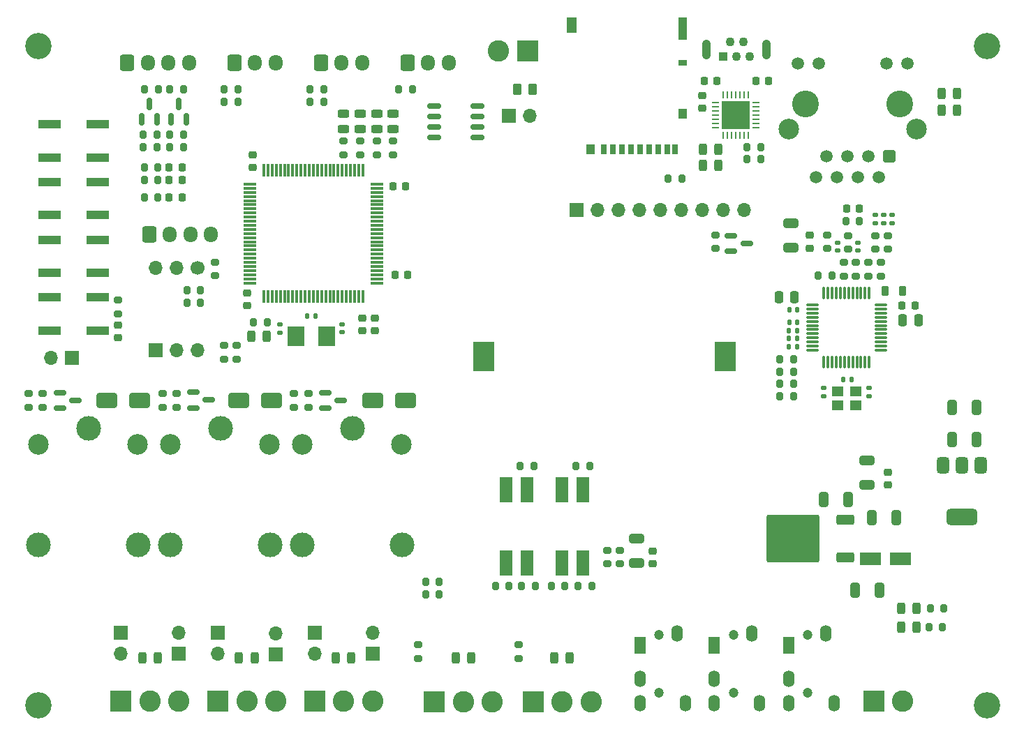
<source format=gbr>
%TF.GenerationSoftware,KiCad,Pcbnew,8.0.6*%
%TF.CreationDate,2024-12-11T15:10:48+01:00*%
%TF.ProjectId,fastLOGIC,66617374-4c4f-4474-9943-2e6b69636164,rev?*%
%TF.SameCoordinates,Original*%
%TF.FileFunction,Soldermask,Top*%
%TF.FilePolarity,Negative*%
%FSLAX46Y46*%
G04 Gerber Fmt 4.6, Leading zero omitted, Abs format (unit mm)*
G04 Created by KiCad (PCBNEW 8.0.6) date 2024-12-11 15:10:48*
%MOMM*%
%LPD*%
G01*
G04 APERTURE LIST*
G04 Aperture macros list*
%AMRoundRect*
0 Rectangle with rounded corners*
0 $1 Rounding radius*
0 $2 $3 $4 $5 $6 $7 $8 $9 X,Y pos of 4 corners*
0 Add a 4 corners polygon primitive as box body*
4,1,4,$2,$3,$4,$5,$6,$7,$8,$9,$2,$3,0*
0 Add four circle primitives for the rounded corners*
1,1,$1+$1,$2,$3*
1,1,$1+$1,$4,$5*
1,1,$1+$1,$6,$7*
1,1,$1+$1,$8,$9*
0 Add four rect primitives between the rounded corners*
20,1,$1+$1,$2,$3,$4,$5,0*
20,1,$1+$1,$4,$5,$6,$7,0*
20,1,$1+$1,$6,$7,$8,$9,0*
20,1,$1+$1,$8,$9,$2,$3,0*%
G04 Aperture macros list end*
%ADD10R,1.700000X1.700000*%
%ADD11O,1.700000X1.700000*%
%ADD12RoundRect,0.140000X0.140000X0.170000X-0.140000X0.170000X-0.140000X-0.170000X0.140000X-0.170000X0*%
%ADD13RoundRect,0.200000X0.200000X0.275000X-0.200000X0.275000X-0.200000X-0.275000X0.200000X-0.275000X0*%
%ADD14RoundRect,0.225000X-0.225000X-0.250000X0.225000X-0.250000X0.225000X0.250000X-0.225000X0.250000X0*%
%ADD15RoundRect,0.140000X0.170000X-0.140000X0.170000X0.140000X-0.170000X0.140000X-0.170000X-0.140000X0*%
%ADD16RoundRect,0.200000X-0.200000X-0.275000X0.200000X-0.275000X0.200000X0.275000X-0.200000X0.275000X0*%
%ADD17RoundRect,0.250000X-0.325000X-0.650000X0.325000X-0.650000X0.325000X0.650000X-0.325000X0.650000X0*%
%ADD18R,0.700000X1.200000*%
%ADD19R,1.000000X0.800000*%
%ADD20R,1.000000X1.200000*%
%ADD21R,1.000000X2.800000*%
%ADD22R,1.300000X1.900000*%
%ADD23RoundRect,0.200000X-0.275000X0.200000X-0.275000X-0.200000X0.275000X-0.200000X0.275000X0.200000X0*%
%ADD24RoundRect,0.243750X0.243750X0.456250X-0.243750X0.456250X-0.243750X-0.456250X0.243750X-0.456250X0*%
%ADD25RoundRect,0.150000X-0.587500X-0.150000X0.587500X-0.150000X0.587500X0.150000X-0.587500X0.150000X0*%
%ADD26RoundRect,0.250000X0.325000X0.650000X-0.325000X0.650000X-0.325000X-0.650000X0.325000X-0.650000X0*%
%ADD27RoundRect,0.250000X1.000000X0.650000X-1.000000X0.650000X-1.000000X-0.650000X1.000000X-0.650000X0*%
%ADD28RoundRect,0.250000X-1.050000X-0.550000X1.050000X-0.550000X1.050000X0.550000X-1.050000X0.550000X0*%
%ADD29RoundRect,0.135000X-0.135000X-0.185000X0.135000X-0.185000X0.135000X0.185000X-0.135000X0.185000X0*%
%ADD30R,2.600000X2.600000*%
%ADD31C,2.600000*%
%ADD32RoundRect,0.243750X-0.456250X0.243750X-0.456250X-0.243750X0.456250X-0.243750X0.456250X0.243750X0*%
%ADD33RoundRect,0.062500X-0.062500X0.337500X-0.062500X-0.337500X0.062500X-0.337500X0.062500X0.337500X0*%
%ADD34RoundRect,0.062500X-0.337500X0.062500X-0.337500X-0.062500X0.337500X-0.062500X0.337500X0.062500X0*%
%ADD35R,3.350000X3.350000*%
%ADD36RoundRect,0.243750X-0.243750X-0.456250X0.243750X-0.456250X0.243750X0.456250X-0.243750X0.456250X0*%
%ADD37RoundRect,0.250000X-0.650000X0.325000X-0.650000X-0.325000X0.650000X-0.325000X0.650000X0.325000X0*%
%ADD38C,3.200000*%
%ADD39RoundRect,0.225000X0.250000X-0.225000X0.250000X0.225000X-0.250000X0.225000X-0.250000X-0.225000X0*%
%ADD40RoundRect,0.140000X-0.170000X0.140000X-0.170000X-0.140000X0.170000X-0.140000X0.170000X0.140000X0*%
%ADD41RoundRect,0.250000X0.850000X0.350000X-0.850000X0.350000X-0.850000X-0.350000X0.850000X-0.350000X0*%
%ADD42RoundRect,0.249997X2.950003X2.650003X-2.950003X2.650003X-2.950003X-2.650003X2.950003X-2.650003X0*%
%ADD43RoundRect,0.225000X-0.250000X0.225000X-0.250000X-0.225000X0.250000X-0.225000X0.250000X0.225000X0*%
%ADD44RoundRect,0.375000X-0.375000X0.625000X-0.375000X-0.625000X0.375000X-0.625000X0.375000X0.625000X0*%
%ADD45RoundRect,0.500000X-1.400000X0.500000X-1.400000X-0.500000X1.400000X-0.500000X1.400000X0.500000X0*%
%ADD46R,2.800000X1.000000*%
%ADD47RoundRect,0.218750X0.218750X0.381250X-0.218750X0.381250X-0.218750X-0.381250X0.218750X-0.381250X0*%
%ADD48C,3.250000*%
%ADD49RoundRect,0.250500X0.499500X0.499500X-0.499500X0.499500X-0.499500X-0.499500X0.499500X-0.499500X0*%
%ADD50C,1.500000*%
%ADD51C,2.500000*%
%ADD52RoundRect,0.150000X0.150000X-0.587500X0.150000X0.587500X-0.150000X0.587500X-0.150000X-0.587500X0*%
%ADD53R,2.000000X2.400000*%
%ADD54C,3.000000*%
%ADD55RoundRect,0.200000X0.275000X-0.200000X0.275000X0.200000X-0.275000X0.200000X-0.275000X-0.200000X0*%
%ADD56RoundRect,0.250000X0.650000X-0.325000X0.650000X0.325000X-0.650000X0.325000X-0.650000X-0.325000X0*%
%ADD57R,1.600000X3.100000*%
%ADD58RoundRect,0.250000X0.262500X0.450000X-0.262500X0.450000X-0.262500X-0.450000X0.262500X-0.450000X0*%
%ADD59RoundRect,0.250000X-0.600000X-0.725000X0.600000X-0.725000X0.600000X0.725000X-0.600000X0.725000X0*%
%ADD60O,1.700000X1.950000*%
%ADD61RoundRect,0.225000X0.225000X0.250000X-0.225000X0.250000X-0.225000X-0.250000X0.225000X-0.250000X0*%
%ADD62RoundRect,0.150000X-0.675000X-0.150000X0.675000X-0.150000X0.675000X0.150000X-0.675000X0.150000X0*%
%ADD63C,1.700000*%
%ADD64R,1.400000X1.200000*%
%ADD65RoundRect,0.250000X0.250000X0.475000X-0.250000X0.475000X-0.250000X-0.475000X0.250000X-0.475000X0*%
%ADD66R,2.600000X3.600000*%
%ADD67RoundRect,0.250000X-0.250000X-0.475000X0.250000X-0.475000X0.250000X0.475000X-0.250000X0.475000X0*%
%ADD68RoundRect,0.075000X-0.075000X0.662500X-0.075000X-0.662500X0.075000X-0.662500X0.075000X0.662500X0*%
%ADD69RoundRect,0.075000X-0.662500X0.075000X-0.662500X-0.075000X0.662500X-0.075000X0.662500X0.075000X0*%
%ADD70RoundRect,0.075000X0.075000X-0.725000X0.075000X0.725000X-0.075000X0.725000X-0.075000X-0.725000X0*%
%ADD71RoundRect,0.075000X0.725000X-0.075000X0.725000X0.075000X-0.725000X0.075000X-0.725000X-0.075000X0*%
%ADD72R,1.100000X1.100000*%
%ADD73C,1.100000*%
%ADD74O,1.100000X2.400000*%
%ADD75C,1.200000*%
%ADD76O,1.400000X2.000000*%
%ADD77R,1.400000X2.000000*%
G04 APERTURE END LIST*
D10*
%TO.C,J11*%
X177750000Y-115040000D03*
D11*
X177750000Y-112500000D03*
%TD*%
D12*
%TO.C,C44*%
X240980000Y-76750000D03*
X240020000Y-76750000D03*
%TD*%
D10*
%TO.C,J6*%
X170750000Y-112460000D03*
D11*
X170750000Y-115000000D03*
%TD*%
D13*
%TO.C,R32*%
X197575000Y-106250000D03*
X195925000Y-106250000D03*
%TD*%
D14*
%TO.C,C9*%
X164825000Y-57500000D03*
X166375000Y-57500000D03*
%TD*%
D15*
%TO.C,C21*%
X185800000Y-75980000D03*
X185800000Y-75020000D03*
%TD*%
D16*
%TO.C,R56*%
X181925000Y-46500000D03*
X183575000Y-46500000D03*
%TD*%
D17*
%TO.C,C6*%
X250100000Y-98500000D03*
X253050000Y-98500000D03*
%TD*%
D16*
%TO.C,R21*%
X207425000Y-92250000D03*
X209075000Y-92250000D03*
%TD*%
D18*
%TO.C,J21*%
X217525000Y-53790000D03*
X218625000Y-53790000D03*
X219725000Y-53790000D03*
X220825000Y-53790000D03*
X221925000Y-53790000D03*
X223025000Y-53790000D03*
X224125000Y-53790000D03*
X225225000Y-53790000D03*
X226175000Y-53790000D03*
D19*
X227125000Y-43290000D03*
D20*
X227125000Y-49490000D03*
D21*
X227125000Y-39140000D03*
D20*
X215975000Y-53790000D03*
D22*
X213625000Y-38690000D03*
%TD*%
D23*
%TO.C,R18*%
X165750000Y-83425000D03*
X165750000Y-85075000D03*
%TD*%
D24*
%TO.C,D6*%
X175187500Y-115500000D03*
X173312500Y-115500000D03*
%TD*%
D13*
%TO.C,R54*%
X240575000Y-83750000D03*
X238925000Y-83750000D03*
%TD*%
D25*
%TO.C,Q1*%
X151562500Y-83300000D03*
X151562500Y-85200000D03*
X153437500Y-84250000D03*
%TD*%
D17*
%TO.C,C18*%
X259800000Y-89000000D03*
X262750000Y-89000000D03*
%TD*%
D26*
%TO.C,C4*%
X247175000Y-96250000D03*
X244225000Y-96250000D03*
%TD*%
D14*
%TO.C,C31*%
X253725000Y-72750000D03*
X255275000Y-72750000D03*
%TD*%
D23*
%TO.C,R36*%
X158600000Y-72075000D03*
X158600000Y-73725000D03*
%TD*%
D12*
%TO.C,C39*%
X241000000Y-73250000D03*
X240040000Y-73250000D03*
%TD*%
D23*
%TO.C,R50*%
X250500000Y-64250000D03*
X250500000Y-65900000D03*
%TD*%
D27*
%TO.C,D4*%
X161250000Y-84250000D03*
X157250000Y-84250000D03*
%TD*%
D28*
%TO.C,C3*%
X249900000Y-103500000D03*
X253500000Y-103500000D03*
%TD*%
D23*
%TO.C,R42*%
X248157500Y-67500000D03*
X248157500Y-69150000D03*
%TD*%
D25*
%TO.C,Q2*%
X167750000Y-83260000D03*
X167750000Y-85160000D03*
X169625000Y-84210000D03*
%TD*%
D29*
%TO.C,R38*%
X246582500Y-81675000D03*
X247602500Y-81675000D03*
%TD*%
D10*
%TO.C,J24*%
X166000000Y-115025000D03*
D11*
X166000000Y-112485000D03*
%TD*%
D30*
%TO.C,J9*%
X209000000Y-120795000D03*
D31*
X212500000Y-120795000D03*
X216000000Y-120795000D03*
%TD*%
D32*
%TO.C,D3*%
X188000000Y-49462500D03*
X188000000Y-51337500D03*
%TD*%
D16*
%TO.C,R6*%
X214425000Y-106750000D03*
X216075000Y-106750000D03*
%TD*%
D33*
%TO.C,U9*%
X235050000Y-47170000D03*
X234550000Y-47170000D03*
X234050000Y-47170000D03*
X233550000Y-47170000D03*
X233050000Y-47170000D03*
X232550000Y-47170000D03*
X232050000Y-47170000D03*
D34*
X231100000Y-48120000D03*
X231100000Y-48620000D03*
X231100000Y-49120000D03*
X231100000Y-49620000D03*
X231100000Y-50120000D03*
X231100000Y-50620000D03*
X231100000Y-51120000D03*
D33*
X232050000Y-52070000D03*
X232550000Y-52070000D03*
X233050000Y-52070000D03*
X233550000Y-52070000D03*
X234050000Y-52070000D03*
X234550000Y-52070000D03*
X235050000Y-52070000D03*
D34*
X236000000Y-51120000D03*
X236000000Y-50620000D03*
X236000000Y-50120000D03*
X236000000Y-49620000D03*
X236000000Y-49120000D03*
X236000000Y-48620000D03*
X236000000Y-48120000D03*
D35*
X233550000Y-49620000D03*
%TD*%
D36*
%TO.C,D13*%
X174762500Y-76500000D03*
X176637500Y-76500000D03*
%TD*%
D37*
%TO.C,C28*%
X240250000Y-62775000D03*
X240250000Y-65725000D03*
%TD*%
D13*
%TO.C,R7*%
X212825000Y-106750000D03*
X211175000Y-106750000D03*
%TD*%
D10*
%TO.C,J22*%
X182500000Y-112475000D03*
D11*
X182500000Y-115015000D03*
%TD*%
D23*
%TO.C,R9*%
X186000000Y-52775000D03*
X186000000Y-54425000D03*
%TD*%
D12*
%TO.C,C40*%
X241000000Y-74750000D03*
X240040000Y-74750000D03*
%TD*%
D38*
%TO.C,H2*%
X149000000Y-41250000D03*
%TD*%
D39*
%TO.C,C11*%
X252000000Y-94525000D03*
X252000000Y-92975000D03*
%TD*%
D13*
%TO.C,R53*%
X240575000Y-79250000D03*
X238925000Y-79250000D03*
%TD*%
D40*
%TO.C,C29*%
X244250000Y-82750000D03*
X244250000Y-83710000D03*
%TD*%
D41*
%TO.C,U1*%
X246825000Y-103305000D03*
D42*
X240525000Y-101025000D03*
D41*
X246825000Y-98745000D03*
%TD*%
D43*
%TO.C,C15*%
X158600000Y-75125000D03*
X158600000Y-76675000D03*
%TD*%
D44*
%TO.C,U10*%
X263300000Y-92100000D03*
X261000000Y-92100000D03*
D45*
X261000000Y-98400000D03*
D44*
X258700000Y-92100000D03*
%TD*%
D39*
%TO.C,C19*%
X175000000Y-56000000D03*
X175000000Y-54450000D03*
%TD*%
D16*
%TO.C,R10*%
X256987500Y-111750000D03*
X258637500Y-111750000D03*
%TD*%
D17*
%TO.C,C5*%
X248025000Y-107250000D03*
X250975000Y-107250000D03*
%TD*%
D15*
%TO.C,C41*%
X252500000Y-62730000D03*
X252500000Y-61770000D03*
%TD*%
D46*
%TO.C,SW5*%
X156150000Y-75750000D03*
X150350000Y-75750000D03*
X156150000Y-71750000D03*
X150350000Y-71750000D03*
%TD*%
D14*
%TO.C,C27*%
X192225000Y-69000000D03*
X193775000Y-69000000D03*
%TD*%
D16*
%TO.C,R44*%
X238925000Y-82250000D03*
X240575000Y-82250000D03*
%TD*%
D32*
%TO.C,D1*%
X186000000Y-49462500D03*
X186000000Y-51337500D03*
%TD*%
D24*
%TO.C,D7*%
X163437500Y-115500000D03*
X161562500Y-115500000D03*
%TD*%
D40*
%TO.C,C38*%
X245907500Y-65115000D03*
X245907500Y-66075000D03*
%TD*%
D47*
%TO.C,L1*%
X253812500Y-71000000D03*
X251687500Y-71000000D03*
%TD*%
D15*
%TO.C,C43*%
X251500000Y-62730000D03*
X251500000Y-61770000D03*
%TD*%
D32*
%TO.C,D16*%
X190000000Y-49462500D03*
X190000000Y-51337500D03*
%TD*%
D13*
%TO.C,R13*%
X206075000Y-106750000D03*
X204425000Y-106750000D03*
%TD*%
D30*
%TO.C,J2*%
X208300000Y-41800000D03*
D31*
X204800000Y-41800000D03*
%TD*%
D39*
%TO.C,C7*%
X229500000Y-48775000D03*
X229500000Y-47225000D03*
%TD*%
D48*
%TO.C,J23*%
X253465000Y-48250000D03*
X242035000Y-48250000D03*
D49*
X252190000Y-54610000D03*
D50*
X250930000Y-57150000D03*
X249650000Y-54610000D03*
X248390000Y-57150000D03*
X247110000Y-54610000D03*
X245850000Y-57150000D03*
X244570000Y-54610000D03*
X243310000Y-57150000D03*
X254375000Y-43350000D03*
X251835000Y-43350000D03*
X243665000Y-43350000D03*
X241125000Y-43350000D03*
D51*
X255495000Y-51300000D03*
X240005000Y-51300000D03*
%TD*%
D52*
%TO.C,Q4*%
X161475000Y-50125000D03*
X163375000Y-50125000D03*
X162425000Y-48250000D03*
%TD*%
D23*
%TO.C,R37*%
X170400000Y-67475000D03*
X170400000Y-69125000D03*
%TD*%
D53*
%TO.C,Y2*%
X180200000Y-76500000D03*
X183900000Y-76500000D03*
%TD*%
D10*
%TO.C,JP1*%
X206000000Y-49700000D03*
D11*
X208540000Y-49700000D03*
%TD*%
D23*
%TO.C,R52*%
X244657500Y-64175000D03*
X244657500Y-65825000D03*
%TD*%
D24*
%TO.C,D14*%
X186937500Y-115500000D03*
X185062500Y-115500000D03*
%TD*%
D40*
%TO.C,C37*%
X248407500Y-65115000D03*
X248407500Y-66075000D03*
%TD*%
D13*
%TO.C,R59*%
X227025000Y-57300000D03*
X225375000Y-57300000D03*
%TD*%
D54*
%TO.C,K3*%
X187050000Y-87600000D03*
D51*
X181000000Y-89550000D03*
D54*
X181000000Y-101750000D03*
X193050000Y-101800000D03*
D51*
X193000000Y-89550000D03*
%TD*%
D16*
%TO.C,R1*%
X257162500Y-109500000D03*
X258812500Y-109500000D03*
%TD*%
D24*
%TO.C,D10*%
X260375000Y-49000000D03*
X258500000Y-49000000D03*
%TD*%
D40*
%TO.C,C30*%
X249750000Y-82750000D03*
X249750000Y-83710000D03*
%TD*%
%TO.C,C20*%
X178300000Y-75040000D03*
X178300000Y-76000000D03*
%TD*%
D24*
%TO.C,D9*%
X213437500Y-115500000D03*
X211562500Y-115500000D03*
%TD*%
D55*
%TO.C,R23*%
X195000000Y-115575000D03*
X195000000Y-113925000D03*
%TD*%
%TO.C,R19*%
X164062500Y-85075000D03*
X164062500Y-83425000D03*
%TD*%
D16*
%TO.C,R33*%
X161675000Y-53500000D03*
X163325000Y-53500000D03*
%TD*%
%TO.C,R45*%
X238925000Y-80750000D03*
X240575000Y-80750000D03*
%TD*%
D56*
%TO.C,C12*%
X249500000Y-94475000D03*
X249500000Y-91525000D03*
%TD*%
D16*
%TO.C,R16*%
X161800000Y-56000000D03*
X163450000Y-56000000D03*
%TD*%
D57*
%TO.C,U4*%
X205730000Y-103945000D03*
X208270000Y-103945000D03*
X208270000Y-95055000D03*
X205730000Y-95055000D03*
%TD*%
D13*
%TO.C,R8*%
X173150000Y-48000000D03*
X171500000Y-48000000D03*
%TD*%
D14*
%TO.C,C14*%
X229725000Y-45500000D03*
X231275000Y-45500000D03*
%TD*%
D30*
%TO.C,J4*%
X250282500Y-120750000D03*
D31*
X253782500Y-120750000D03*
%TD*%
D16*
%TO.C,R34*%
X164925000Y-53500000D03*
X166575000Y-53500000D03*
%TD*%
%TO.C,R15*%
X161800000Y-59600000D03*
X163450000Y-59600000D03*
%TD*%
D23*
%TO.C,R63*%
X190000000Y-52775000D03*
X190000000Y-54425000D03*
%TD*%
D14*
%TO.C,C23*%
X191975000Y-58250000D03*
X193525000Y-58250000D03*
%TD*%
D32*
%TO.C,D17*%
X192000000Y-49462500D03*
X192000000Y-51337500D03*
%TD*%
D24*
%TO.C,D8*%
X201437500Y-115500000D03*
X199562500Y-115500000D03*
%TD*%
D25*
%TO.C,Q3*%
X183750000Y-83300000D03*
X183750000Y-85200000D03*
X185625000Y-84250000D03*
%TD*%
D55*
%TO.C,R24*%
X207250000Y-115575000D03*
X207250000Y-113925000D03*
%TD*%
D10*
%TO.C,J19*%
X189500000Y-115025000D03*
D11*
X189500000Y-112485000D03*
%TD*%
D55*
%TO.C,R62*%
X219500000Y-104100000D03*
X219500000Y-102450000D03*
%TD*%
D16*
%TO.C,R12*%
X214175000Y-92250000D03*
X215825000Y-92250000D03*
%TD*%
D58*
%TO.C,R27*%
X208912500Y-46500000D03*
X207087500Y-46500000D03*
%TD*%
D23*
%TO.C,R64*%
X192000000Y-52775000D03*
X192000000Y-54425000D03*
%TD*%
D16*
%TO.C,R14*%
X161800000Y-57500000D03*
X163450000Y-57500000D03*
%TD*%
D23*
%TO.C,R61*%
X218000000Y-102450000D03*
X218000000Y-104100000D03*
%TD*%
D16*
%TO.C,R31*%
X195925000Y-107750000D03*
X197575000Y-107750000D03*
%TD*%
D59*
%TO.C,J1*%
X183250000Y-43282500D03*
D60*
X185750000Y-43282500D03*
X188250000Y-43282500D03*
%TD*%
D56*
%TO.C,C1*%
X221500000Y-104000000D03*
X221500000Y-101050000D03*
%TD*%
D38*
%TO.C,H5*%
X264000000Y-41250000D03*
%TD*%
D23*
%TO.C,R51*%
X247157500Y-64250000D03*
X247157500Y-65900000D03*
%TD*%
%TO.C,R40*%
X251157500Y-67500000D03*
X251157500Y-69150000D03*
%TD*%
D24*
%TO.C,D19*%
X231437500Y-55750000D03*
X229562500Y-55750000D03*
%TD*%
D13*
%TO.C,R47*%
X248575000Y-62500000D03*
X246925000Y-62500000D03*
%TD*%
D61*
%TO.C,C34*%
X248525000Y-61000000D03*
X246975000Y-61000000D03*
%TD*%
D17*
%TO.C,C22*%
X259825000Y-85100000D03*
X262775000Y-85100000D03*
%TD*%
D62*
%TO.C,U8*%
X196975000Y-48495000D03*
X196975000Y-49765000D03*
X196975000Y-51035000D03*
X196975000Y-52305000D03*
X202225000Y-52305000D03*
X202225000Y-51035000D03*
X202225000Y-49765000D03*
X202225000Y-48495000D03*
%TD*%
D16*
%TO.C,R4*%
X164925000Y-46500000D03*
X166575000Y-46500000D03*
%TD*%
D55*
%TO.C,R20*%
X147750000Y-85075000D03*
X147750000Y-83425000D03*
%TD*%
D46*
%TO.C,SW3*%
X150350000Y-57750000D03*
X156150000Y-57750000D03*
X150350000Y-61750000D03*
X156150000Y-61750000D03*
%TD*%
D10*
%TO.C,J10*%
X214240000Y-61141700D03*
D11*
X216780000Y-61141700D03*
X219320000Y-61141700D03*
X221860000Y-61141700D03*
X224400000Y-61141700D03*
X226940000Y-61141700D03*
X229480000Y-61141700D03*
X232040000Y-61143861D03*
X234580000Y-61144926D03*
%TD*%
D59*
%TO.C,J3*%
X193750000Y-43282500D03*
D60*
X196250000Y-43282500D03*
X198750000Y-43282500D03*
%TD*%
D36*
%TO.C,D2*%
X253625000Y-111750000D03*
X255500000Y-111750000D03*
%TD*%
D10*
%TO.C,U2*%
X163210000Y-78170000D03*
D11*
X165750000Y-78170000D03*
X168290000Y-78170000D03*
D63*
X168290000Y-68170000D03*
D11*
X165750000Y-68170000D03*
X163210000Y-68170000D03*
%TD*%
D43*
%TO.C,C8*%
X189750000Y-74225000D03*
X189750000Y-75775000D03*
%TD*%
D16*
%TO.C,R22*%
X207600000Y-106750000D03*
X209250000Y-106750000D03*
%TD*%
D10*
%TO.C,JP2*%
X153000000Y-79100000D03*
D11*
X150460000Y-79100000D03*
%TD*%
D30*
%TO.C,J14*%
X170750000Y-120750000D03*
D31*
X174250000Y-120750000D03*
X177750000Y-120750000D03*
%TD*%
D64*
%TO.C,Y3*%
X248100000Y-83150000D03*
X245900000Y-83150000D03*
X245900000Y-84850000D03*
X248100000Y-84850000D03*
%TD*%
D23*
%TO.C,R3*%
X181750000Y-83425000D03*
X181750000Y-85075000D03*
%TD*%
D36*
%TO.C,D11*%
X253625000Y-109500000D03*
X255500000Y-109500000D03*
%TD*%
D16*
%TO.C,R57*%
X166975000Y-72400000D03*
X168625000Y-72400000D03*
%TD*%
%TO.C,R25*%
X192675000Y-46500000D03*
X194325000Y-46500000D03*
%TD*%
%TO.C,R26*%
X164925000Y-52000000D03*
X166575000Y-52000000D03*
%TD*%
%TO.C,R66*%
X234925000Y-55000000D03*
X236575000Y-55000000D03*
%TD*%
D65*
%TO.C,C45*%
X240700000Y-71750000D03*
X238800000Y-71750000D03*
%TD*%
D55*
%TO.C,R2*%
X180000000Y-85075000D03*
X180000000Y-83425000D03*
%TD*%
D66*
%TO.C,BT1*%
X203000000Y-78900000D03*
X232300000Y-78900000D03*
%TD*%
D16*
%TO.C,R35*%
X171500000Y-46500000D03*
X173150000Y-46500000D03*
%TD*%
D43*
%TO.C,C17*%
X174250000Y-71225000D03*
X174250000Y-72775000D03*
%TD*%
D15*
%TO.C,C42*%
X250500000Y-62730000D03*
X250500000Y-61770000D03*
%TD*%
D30*
%TO.C,J15*%
X159000000Y-120750000D03*
D31*
X162500000Y-120750000D03*
X166000000Y-120750000D03*
%TD*%
D57*
%TO.C,U3*%
X212480000Y-103945000D03*
X215020000Y-103945000D03*
X215020000Y-95055000D03*
X212480000Y-95055000D03*
%TD*%
D25*
%TO.C,Q6*%
X233000000Y-64250000D03*
X233000000Y-66150000D03*
X234875000Y-65200000D03*
%TD*%
D13*
%TO.C,R58*%
X168625000Y-70900000D03*
X166975000Y-70900000D03*
%TD*%
D46*
%TO.C,SW4*%
X150350000Y-64750000D03*
X156150000Y-64750000D03*
X150350000Y-68750000D03*
X156150000Y-68750000D03*
%TD*%
D39*
%TO.C,C36*%
X242500000Y-65775000D03*
X242500000Y-64225000D03*
%TD*%
D54*
%TO.C,K2*%
X171050000Y-87600000D03*
D51*
X165000000Y-89550000D03*
D54*
X165000000Y-101750000D03*
X177050000Y-101800000D03*
D51*
X177000000Y-89550000D03*
%TD*%
D67*
%TO.C,C32*%
X253800000Y-74500000D03*
X255700000Y-74500000D03*
%TD*%
D14*
%TO.C,C10*%
X164825000Y-56000000D03*
X166375000Y-56000000D03*
%TD*%
D68*
%TO.C,U13*%
X249750000Y-71247500D03*
X249250000Y-71247500D03*
X248750000Y-71247500D03*
X248250000Y-71247500D03*
X247750000Y-71247500D03*
X247250000Y-71247500D03*
X246750000Y-71247500D03*
X246250000Y-71247500D03*
X245750000Y-71247500D03*
X245250000Y-71247500D03*
X244750000Y-71247500D03*
X244250000Y-71247500D03*
D69*
X242837500Y-72660000D03*
X242837500Y-73160000D03*
X242837500Y-73660000D03*
X242837500Y-74160000D03*
X242837500Y-74660000D03*
X242837500Y-75160000D03*
X242837500Y-75660000D03*
X242837500Y-76160000D03*
X242837500Y-76660000D03*
X242837500Y-77160000D03*
X242837500Y-77660000D03*
X242837500Y-78160000D03*
D68*
X244250000Y-79572500D03*
X244750000Y-79572500D03*
X245250000Y-79572500D03*
X245750000Y-79572500D03*
X246250000Y-79572500D03*
X246750000Y-79572500D03*
X247250000Y-79572500D03*
X247750000Y-79572500D03*
X248250000Y-79572500D03*
X248750000Y-79572500D03*
X249250000Y-79572500D03*
X249750000Y-79572500D03*
D69*
X251162500Y-78160000D03*
X251162500Y-77660000D03*
X251162500Y-77160000D03*
X251162500Y-76660000D03*
X251162500Y-76160000D03*
X251162500Y-75660000D03*
X251162500Y-75160000D03*
X251162500Y-74660000D03*
X251162500Y-74160000D03*
X251162500Y-73660000D03*
X251162500Y-73160000D03*
X251162500Y-72660000D03*
%TD*%
D59*
%TO.C,J13*%
X172750000Y-43282500D03*
D60*
X175250000Y-43282500D03*
X177750000Y-43282500D03*
%TD*%
D54*
%TO.C,K1*%
X155050000Y-87600000D03*
D51*
X149000000Y-89550000D03*
D54*
X149000000Y-101750000D03*
X161050000Y-101800000D03*
D51*
X161000000Y-89550000D03*
%TD*%
D39*
%TO.C,C24*%
X223500000Y-104075000D03*
X223500000Y-102525000D03*
%TD*%
D13*
%TO.C,R55*%
X183575000Y-48000000D03*
X181925000Y-48000000D03*
%TD*%
D12*
%TO.C,C35*%
X240980000Y-75750000D03*
X240020000Y-75750000D03*
%TD*%
D16*
%TO.C,R5*%
X161675000Y-52000000D03*
X163325000Y-52000000D03*
%TD*%
D12*
%TO.C,C33*%
X240980000Y-77750000D03*
X240020000Y-77750000D03*
%TD*%
D43*
%TO.C,C16*%
X188250000Y-74225000D03*
X188250000Y-75775000D03*
%TD*%
D30*
%TO.C,J8*%
X197000000Y-120795000D03*
D31*
X200500000Y-120795000D03*
X204000000Y-120795000D03*
%TD*%
D24*
%TO.C,D12*%
X260375000Y-47000000D03*
X258500000Y-47000000D03*
%TD*%
D23*
%TO.C,R48*%
X171500000Y-77575000D03*
X171500000Y-79225000D03*
%TD*%
D24*
%TO.C,D18*%
X231437500Y-53750000D03*
X229562500Y-53750000D03*
%TD*%
D70*
%TO.C,U6*%
X176325000Y-71675000D03*
X176825000Y-71675000D03*
X177325000Y-71675000D03*
X177825000Y-71675000D03*
X178325000Y-71675000D03*
X178825000Y-71675000D03*
X179325000Y-71675000D03*
X179825000Y-71675000D03*
X180325000Y-71675000D03*
X180825000Y-71675000D03*
X181325000Y-71675000D03*
X181825000Y-71675000D03*
X182325000Y-71675000D03*
X182825000Y-71675000D03*
X183325000Y-71675000D03*
X183825000Y-71675000D03*
X184325000Y-71675000D03*
X184825000Y-71675000D03*
X185325000Y-71675000D03*
X185825000Y-71675000D03*
X186325000Y-71675000D03*
X186825000Y-71675000D03*
X187325000Y-71675000D03*
X187825000Y-71675000D03*
X188325000Y-71675000D03*
D71*
X190000000Y-70000000D03*
X190000000Y-69500000D03*
X190000000Y-69000000D03*
X190000000Y-68500000D03*
X190000000Y-68000000D03*
X190000000Y-67500000D03*
X190000000Y-67000000D03*
X190000000Y-66500000D03*
X190000000Y-66000000D03*
X190000000Y-65500000D03*
X190000000Y-65000000D03*
X190000000Y-64500000D03*
X190000000Y-64000000D03*
X190000000Y-63500000D03*
X190000000Y-63000000D03*
X190000000Y-62500000D03*
X190000000Y-62000000D03*
X190000000Y-61500000D03*
X190000000Y-61000000D03*
X190000000Y-60500000D03*
X190000000Y-60000000D03*
X190000000Y-59500000D03*
X190000000Y-59000000D03*
X190000000Y-58500000D03*
X190000000Y-58000000D03*
D70*
X188325000Y-56325000D03*
X187825000Y-56325000D03*
X187325000Y-56325000D03*
X186825000Y-56325000D03*
X186325000Y-56325000D03*
X185825000Y-56325000D03*
X185325000Y-56325000D03*
X184825000Y-56325000D03*
X184325000Y-56325000D03*
X183825000Y-56325000D03*
X183325000Y-56325000D03*
X182825000Y-56325000D03*
X182325000Y-56325000D03*
X181825000Y-56325000D03*
X181325000Y-56325000D03*
X180825000Y-56325000D03*
X180325000Y-56325000D03*
X179825000Y-56325000D03*
X179325000Y-56325000D03*
X178825000Y-56325000D03*
X178325000Y-56325000D03*
X177825000Y-56325000D03*
X177325000Y-56325000D03*
X176825000Y-56325000D03*
X176325000Y-56325000D03*
D71*
X174650000Y-58000000D03*
X174650000Y-58500000D03*
X174650000Y-59000000D03*
X174650000Y-59500000D03*
X174650000Y-60000000D03*
X174650000Y-60500000D03*
X174650000Y-61000000D03*
X174650000Y-61500000D03*
X174650000Y-62000000D03*
X174650000Y-62500000D03*
X174650000Y-63000000D03*
X174650000Y-63500000D03*
X174650000Y-64000000D03*
X174650000Y-64500000D03*
X174650000Y-65000000D03*
X174650000Y-65500000D03*
X174650000Y-66000000D03*
X174650000Y-66500000D03*
X174650000Y-67000000D03*
X174650000Y-67500000D03*
X174650000Y-68000000D03*
X174650000Y-68500000D03*
X174650000Y-69000000D03*
X174650000Y-69500000D03*
X174650000Y-70000000D03*
%TD*%
D38*
%TO.C,H1*%
X149000000Y-121250000D03*
%TD*%
D23*
%TO.C,R17*%
X149500000Y-83425000D03*
X149500000Y-85075000D03*
%TD*%
D14*
%TO.C,C2*%
X164825000Y-59600000D03*
X166375000Y-59600000D03*
%TD*%
D30*
%TO.C,J16*%
X182500000Y-120750000D03*
D31*
X186000000Y-120750000D03*
X189500000Y-120750000D03*
%TD*%
D13*
%TO.C,R46*%
X245232500Y-69075000D03*
X243582500Y-69075000D03*
%TD*%
D38*
%TO.C,H3*%
X264000000Y-121250000D03*
%TD*%
D52*
%TO.C,Q5*%
X165050000Y-50125000D03*
X166950000Y-50125000D03*
X166000000Y-48250000D03*
%TD*%
D10*
%TO.C,J25*%
X159000000Y-112475000D03*
D11*
X159000000Y-115015000D03*
%TD*%
D59*
%TO.C,J5*%
X159750000Y-43282500D03*
D60*
X162250000Y-43282500D03*
X164750000Y-43282500D03*
X167250000Y-43282500D03*
%TD*%
D23*
%TO.C,R43*%
X246657500Y-67500000D03*
X246657500Y-69150000D03*
%TD*%
D13*
%TO.C,R30*%
X176725000Y-74750000D03*
X175075000Y-74750000D03*
%TD*%
D59*
%TO.C,J26*%
X162400000Y-64100000D03*
D60*
X164900000Y-64100000D03*
X167400000Y-64100000D03*
X169900000Y-64100000D03*
%TD*%
D46*
%TO.C,SW1*%
X150350000Y-50750000D03*
X156150000Y-50750000D03*
X150350000Y-54750000D03*
X156150000Y-54750000D03*
%TD*%
D72*
%TO.C,J17*%
X232050000Y-42500000D03*
D73*
X232850000Y-40750000D03*
X233650000Y-42500000D03*
X234450000Y-40750000D03*
X235250000Y-42500000D03*
D74*
X230000000Y-41625000D03*
X237300000Y-41625000D03*
%TD*%
D29*
%TO.C,R28*%
X181540000Y-74000000D03*
X182560000Y-74000000D03*
%TD*%
D27*
%TO.C,D5*%
X177250000Y-84250000D03*
X173250000Y-84250000D03*
%TD*%
D23*
%TO.C,R11*%
X188000000Y-52775000D03*
X188000000Y-54425000D03*
%TD*%
D13*
%TO.C,R39*%
X163500000Y-46500000D03*
X161850000Y-46500000D03*
%TD*%
D23*
%TO.C,R41*%
X249657500Y-67500000D03*
X249657500Y-69150000D03*
%TD*%
D16*
%TO.C,R65*%
X234925000Y-53500000D03*
X236575000Y-53500000D03*
%TD*%
D55*
%TO.C,R60*%
X231125000Y-65825000D03*
X231125000Y-64175000D03*
%TD*%
D14*
%TO.C,C13*%
X235975000Y-45500000D03*
X237525000Y-45500000D03*
%TD*%
D23*
%TO.C,R49*%
X252000000Y-64250000D03*
X252000000Y-65900000D03*
%TD*%
D27*
%TO.C,D15*%
X193500000Y-84250000D03*
X189500000Y-84250000D03*
%TD*%
D55*
%TO.C,R29*%
X173000000Y-79225000D03*
X173000000Y-77575000D03*
%TD*%
D75*
%TO.C,J20*%
X224267500Y-112700000D03*
X224267500Y-119700000D03*
D76*
X227467500Y-121000000D03*
X221967500Y-118000000D03*
X221967500Y-121000000D03*
X226467500Y-112500000D03*
D77*
X221967500Y-114000000D03*
%TD*%
D75*
%TO.C,J12*%
X233267500Y-112700000D03*
X233267500Y-119700000D03*
D76*
X236467500Y-121000000D03*
X230967500Y-118000000D03*
X230967500Y-121000000D03*
X235467500Y-112500000D03*
D77*
X230967500Y-114000000D03*
%TD*%
D75*
%TO.C,J18*%
X242267500Y-112700000D03*
X242267500Y-119700000D03*
D76*
X245467500Y-121000000D03*
X239967500Y-118000000D03*
X239967500Y-121000000D03*
X244467500Y-112500000D03*
D77*
X239967500Y-114000000D03*
%TD*%
M02*

</source>
